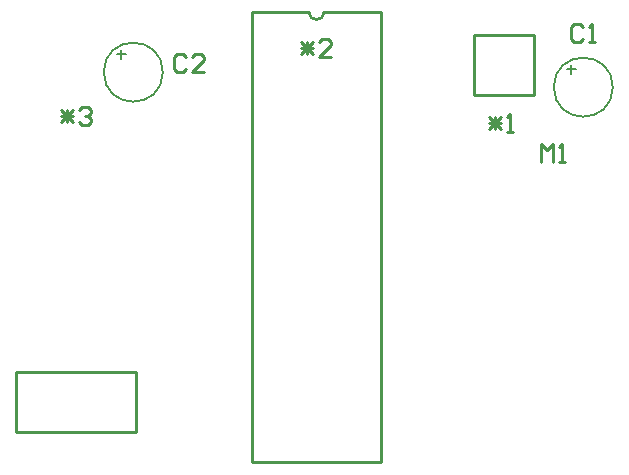
<source format=gto>
G04 Layer_Color=15132400*
%FSLAX25Y25*%
%MOIN*%
G70*
G01*
G75*
%ADD20C,0.00787*%
%ADD21C,0.01000*%
D20*
X328780Y390000D02*
G03*
X328780Y390000I-9843J0D01*
G01*
X178779Y395000D02*
G03*
X178779Y395000I-9843J0D01*
G01*
X315000Y394331D02*
Y397480D01*
X313425Y395905D02*
X316575D01*
X165000Y399331D02*
Y402480D01*
X163425Y400906D02*
X166575D01*
D21*
X227500Y415000D02*
G03*
X232500Y415000I2500J0D01*
G01*
X282500Y407500D02*
X302500D01*
Y402500D02*
Y407500D01*
Y387500D02*
Y402500D01*
X282500Y387500D02*
X302500D01*
X282500D02*
Y407500D01*
X170000Y275000D02*
Y295000D01*
X130000D02*
X170000D01*
X130000Y275000D02*
Y295000D01*
Y275000D02*
X170000D01*
X208500Y265000D02*
Y415000D01*
Y265000D02*
X251500D01*
Y415000D01*
X232500D02*
X251500D01*
X208500D02*
X227500D01*
X318999Y409998D02*
X317999Y410998D01*
X316000D01*
X315000Y409998D01*
Y406000D01*
X316000Y405000D01*
X317999D01*
X318999Y406000D01*
X320998Y405000D02*
X322997D01*
X321998D01*
Y410998D01*
X320998Y409998D01*
X287500Y379998D02*
X291499Y376000D01*
X287500D02*
X291499Y379998D01*
X287500Y377999D02*
X291499D01*
X289499Y376000D02*
Y379998D01*
X293498Y375000D02*
X295497D01*
X294498D01*
Y380998D01*
X293498Y379998D01*
X145000Y382498D02*
X148999Y378500D01*
X145000D02*
X148999Y382498D01*
X145000Y380499D02*
X148999D01*
X146999Y378500D02*
Y382498D01*
X150998D02*
X151998Y383498D01*
X153997D01*
X154997Y382498D01*
Y381499D01*
X153997Y380499D01*
X152997D01*
X153997D01*
X154997Y379499D01*
Y378500D01*
X153997Y377500D01*
X151998D01*
X150998Y378500D01*
X186499Y399998D02*
X185499Y400998D01*
X183500D01*
X182500Y399998D01*
Y396000D01*
X183500Y395000D01*
X185499D01*
X186499Y396000D01*
X192497Y395000D02*
X188498D01*
X192497Y398999D01*
Y399998D01*
X191497Y400998D01*
X189498D01*
X188498Y399998D01*
X225000Y404998D02*
X228999Y401000D01*
X225000D02*
X228999Y404998D01*
X225000Y402999D02*
X228999D01*
X226999Y401000D02*
Y404998D01*
X234997Y400000D02*
X230998D01*
X234997Y403999D01*
Y404998D01*
X233997Y405998D01*
X231998D01*
X230998Y404998D01*
X305000Y365000D02*
Y370998D01*
X306999Y368999D01*
X308999Y370998D01*
Y365000D01*
X310998D02*
X312997D01*
X311998D01*
Y370998D01*
X310998Y369998D01*
M02*

</source>
